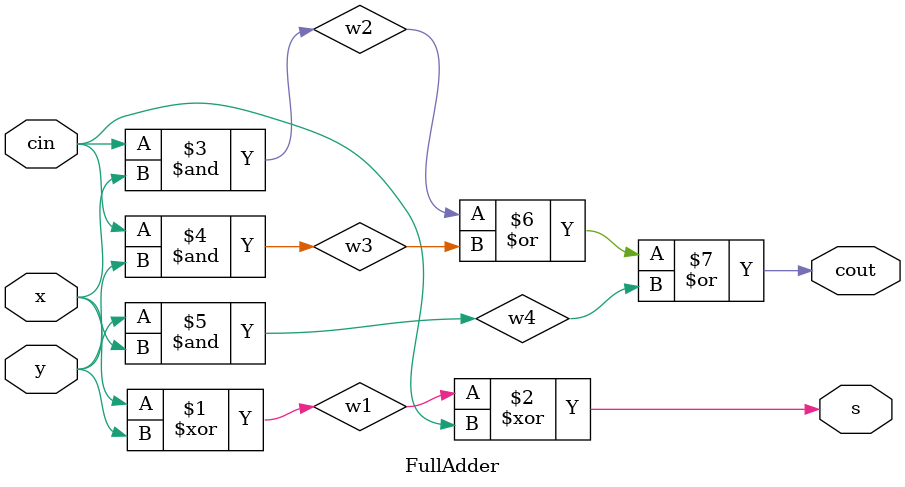
<source format=v>
`timescale 1ns / 1ps


module FullAdder(
    input x,
    input y,
    input cin,
    output s,
    output cout
    );
    wire w1, w2, w3, w4;
    xor x1(w1,x,y);
    xor x2(s,w1,cin);
    and a1(w2,cin,x);
    and a2(w3,cin,y);
    and a3(w4,y,x);
    or o1(cout, w2, w3, w4);
endmodule

</source>
